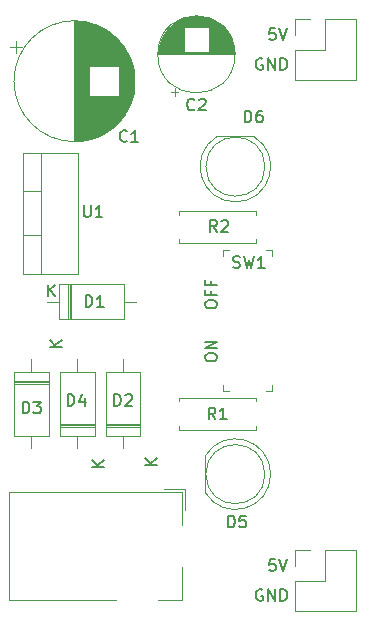
<source format=gbr>
G04 #@! TF.GenerationSoftware,KiCad,Pcbnew,(5.1.6)-1*
G04 #@! TF.CreationDate,2020-10-18T19:43:42+02:00*
G04 #@! TF.ProjectId,BreadboardPowerSupply,42726561-6462-46f6-9172-64506f776572,v1*
G04 #@! TF.SameCoordinates,Original*
G04 #@! TF.FileFunction,Legend,Top*
G04 #@! TF.FilePolarity,Positive*
%FSLAX46Y46*%
G04 Gerber Fmt 4.6, Leading zero omitted, Abs format (unit mm)*
G04 Created by KiCad (PCBNEW (5.1.6)-1) date 2020-10-18 19:43:42*
%MOMM*%
%LPD*%
G01*
G04 APERTURE LIST*
%ADD10C,0.150000*%
%ADD11C,0.120000*%
%ADD12C,0.100000*%
G04 APERTURE END LIST*
D10*
X143724380Y-92900380D02*
X143724380Y-92709904D01*
X143772000Y-92614666D01*
X143867238Y-92519428D01*
X144057714Y-92471809D01*
X144391047Y-92471809D01*
X144581523Y-92519428D01*
X144676761Y-92614666D01*
X144724380Y-92709904D01*
X144724380Y-92900380D01*
X144676761Y-92995619D01*
X144581523Y-93090857D01*
X144391047Y-93138476D01*
X144057714Y-93138476D01*
X143867238Y-93090857D01*
X143772000Y-92995619D01*
X143724380Y-92900380D01*
X144200571Y-91709904D02*
X144200571Y-92043238D01*
X144724380Y-92043238D02*
X143724380Y-92043238D01*
X143724380Y-91567047D01*
X144200571Y-90852761D02*
X144200571Y-91186095D01*
X144724380Y-91186095D02*
X143724380Y-91186095D01*
X143724380Y-90709904D01*
X143724380Y-97393047D02*
X143724380Y-97202571D01*
X143772000Y-97107333D01*
X143867238Y-97012095D01*
X144057714Y-96964476D01*
X144391047Y-96964476D01*
X144581523Y-97012095D01*
X144676761Y-97107333D01*
X144724380Y-97202571D01*
X144724380Y-97393047D01*
X144676761Y-97488285D01*
X144581523Y-97583523D01*
X144391047Y-97631142D01*
X144057714Y-97631142D01*
X143867238Y-97583523D01*
X143772000Y-97488285D01*
X143724380Y-97393047D01*
X144724380Y-96535904D02*
X143724380Y-96535904D01*
X144724380Y-95964476D01*
X143724380Y-95964476D01*
X149669523Y-69429380D02*
X149193333Y-69429380D01*
X149145714Y-69905571D01*
X149193333Y-69857952D01*
X149288571Y-69810333D01*
X149526666Y-69810333D01*
X149621904Y-69857952D01*
X149669523Y-69905571D01*
X149717142Y-70000809D01*
X149717142Y-70238904D01*
X149669523Y-70334142D01*
X149621904Y-70381761D01*
X149526666Y-70429380D01*
X149288571Y-70429380D01*
X149193333Y-70381761D01*
X149145714Y-70334142D01*
X150002857Y-69429380D02*
X150336190Y-70429380D01*
X150669523Y-69429380D01*
X148590095Y-72017000D02*
X148494857Y-71969380D01*
X148352000Y-71969380D01*
X148209142Y-72017000D01*
X148113904Y-72112238D01*
X148066285Y-72207476D01*
X148018666Y-72397952D01*
X148018666Y-72540809D01*
X148066285Y-72731285D01*
X148113904Y-72826523D01*
X148209142Y-72921761D01*
X148352000Y-72969380D01*
X148447238Y-72969380D01*
X148590095Y-72921761D01*
X148637714Y-72874142D01*
X148637714Y-72540809D01*
X148447238Y-72540809D01*
X149066285Y-72969380D02*
X149066285Y-71969380D01*
X149637714Y-72969380D01*
X149637714Y-71969380D01*
X150113904Y-72969380D02*
X150113904Y-71969380D01*
X150352000Y-71969380D01*
X150494857Y-72017000D01*
X150590095Y-72112238D01*
X150637714Y-72207476D01*
X150685333Y-72397952D01*
X150685333Y-72540809D01*
X150637714Y-72731285D01*
X150590095Y-72826523D01*
X150494857Y-72921761D01*
X150352000Y-72969380D01*
X150113904Y-72969380D01*
X148590095Y-116975000D02*
X148494857Y-116927380D01*
X148352000Y-116927380D01*
X148209142Y-116975000D01*
X148113904Y-117070238D01*
X148066285Y-117165476D01*
X148018666Y-117355952D01*
X148018666Y-117498809D01*
X148066285Y-117689285D01*
X148113904Y-117784523D01*
X148209142Y-117879761D01*
X148352000Y-117927380D01*
X148447238Y-117927380D01*
X148590095Y-117879761D01*
X148637714Y-117832142D01*
X148637714Y-117498809D01*
X148447238Y-117498809D01*
X149066285Y-117927380D02*
X149066285Y-116927380D01*
X149637714Y-117927380D01*
X149637714Y-116927380D01*
X150113904Y-117927380D02*
X150113904Y-116927380D01*
X150352000Y-116927380D01*
X150494857Y-116975000D01*
X150590095Y-117070238D01*
X150637714Y-117165476D01*
X150685333Y-117355952D01*
X150685333Y-117498809D01*
X150637714Y-117689285D01*
X150590095Y-117784523D01*
X150494857Y-117879761D01*
X150352000Y-117927380D01*
X150113904Y-117927380D01*
X149669523Y-114387380D02*
X149193333Y-114387380D01*
X149145714Y-114863571D01*
X149193333Y-114815952D01*
X149288571Y-114768333D01*
X149526666Y-114768333D01*
X149621904Y-114815952D01*
X149669523Y-114863571D01*
X149717142Y-114958809D01*
X149717142Y-115196904D01*
X149669523Y-115292142D01*
X149621904Y-115339761D01*
X149526666Y-115387380D01*
X149288571Y-115387380D01*
X149193333Y-115339761D01*
X149145714Y-115292142D01*
X150002857Y-114387380D02*
X150336190Y-115387380D01*
X150669523Y-114387380D01*
D11*
X137795000Y-73914000D02*
G75*
G03*
X137795000Y-73914000I-5120000J0D01*
G01*
X132675000Y-68834000D02*
X132675000Y-78994000D01*
X132715000Y-68834000D02*
X132715000Y-78994000D01*
X132755000Y-68834000D02*
X132755000Y-78994000D01*
X132795000Y-68835000D02*
X132795000Y-78993000D01*
X132835000Y-68836000D02*
X132835000Y-78992000D01*
X132875000Y-68837000D02*
X132875000Y-78991000D01*
X132915000Y-68839000D02*
X132915000Y-78989000D01*
X132955000Y-68841000D02*
X132955000Y-78987000D01*
X132995000Y-68844000D02*
X132995000Y-78984000D01*
X133035000Y-68846000D02*
X133035000Y-78982000D01*
X133075000Y-68849000D02*
X133075000Y-78979000D01*
X133115000Y-68852000D02*
X133115000Y-78976000D01*
X133155000Y-68856000D02*
X133155000Y-78972000D01*
X133195000Y-68860000D02*
X133195000Y-78968000D01*
X133235000Y-68864000D02*
X133235000Y-78964000D01*
X133275000Y-68869000D02*
X133275000Y-78959000D01*
X133315000Y-68874000D02*
X133315000Y-78954000D01*
X133355000Y-68879000D02*
X133355000Y-78949000D01*
X133396000Y-68884000D02*
X133396000Y-78944000D01*
X133436000Y-68890000D02*
X133436000Y-78938000D01*
X133476000Y-68896000D02*
X133476000Y-78932000D01*
X133516000Y-68903000D02*
X133516000Y-78925000D01*
X133556000Y-68910000D02*
X133556000Y-78918000D01*
X133596000Y-68917000D02*
X133596000Y-78911000D01*
X133636000Y-68924000D02*
X133636000Y-78904000D01*
X133676000Y-68932000D02*
X133676000Y-78896000D01*
X133716000Y-68940000D02*
X133716000Y-78888000D01*
X133756000Y-68949000D02*
X133756000Y-78879000D01*
X133796000Y-68958000D02*
X133796000Y-78870000D01*
X133836000Y-68967000D02*
X133836000Y-78861000D01*
X133876000Y-68976000D02*
X133876000Y-78852000D01*
X133916000Y-68986000D02*
X133916000Y-78842000D01*
X133956000Y-68996000D02*
X133956000Y-72673000D01*
X133956000Y-75155000D02*
X133956000Y-78832000D01*
X133996000Y-69007000D02*
X133996000Y-72673000D01*
X133996000Y-75155000D02*
X133996000Y-78821000D01*
X134036000Y-69017000D02*
X134036000Y-72673000D01*
X134036000Y-75155000D02*
X134036000Y-78811000D01*
X134076000Y-69029000D02*
X134076000Y-72673000D01*
X134076000Y-75155000D02*
X134076000Y-78799000D01*
X134116000Y-69040000D02*
X134116000Y-72673000D01*
X134116000Y-75155000D02*
X134116000Y-78788000D01*
X134156000Y-69052000D02*
X134156000Y-72673000D01*
X134156000Y-75155000D02*
X134156000Y-78776000D01*
X134196000Y-69064000D02*
X134196000Y-72673000D01*
X134196000Y-75155000D02*
X134196000Y-78764000D01*
X134236000Y-69077000D02*
X134236000Y-72673000D01*
X134236000Y-75155000D02*
X134236000Y-78751000D01*
X134276000Y-69090000D02*
X134276000Y-72673000D01*
X134276000Y-75155000D02*
X134276000Y-78738000D01*
X134316000Y-69103000D02*
X134316000Y-72673000D01*
X134316000Y-75155000D02*
X134316000Y-78725000D01*
X134356000Y-69117000D02*
X134356000Y-72673000D01*
X134356000Y-75155000D02*
X134356000Y-78711000D01*
X134396000Y-69131000D02*
X134396000Y-72673000D01*
X134396000Y-75155000D02*
X134396000Y-78697000D01*
X134436000Y-69146000D02*
X134436000Y-72673000D01*
X134436000Y-75155000D02*
X134436000Y-78682000D01*
X134476000Y-69160000D02*
X134476000Y-72673000D01*
X134476000Y-75155000D02*
X134476000Y-78668000D01*
X134516000Y-69176000D02*
X134516000Y-72673000D01*
X134516000Y-75155000D02*
X134516000Y-78652000D01*
X134556000Y-69191000D02*
X134556000Y-72673000D01*
X134556000Y-75155000D02*
X134556000Y-78637000D01*
X134596000Y-69207000D02*
X134596000Y-72673000D01*
X134596000Y-75155000D02*
X134596000Y-78621000D01*
X134636000Y-69224000D02*
X134636000Y-72673000D01*
X134636000Y-75155000D02*
X134636000Y-78604000D01*
X134676000Y-69240000D02*
X134676000Y-72673000D01*
X134676000Y-75155000D02*
X134676000Y-78588000D01*
X134716000Y-69257000D02*
X134716000Y-72673000D01*
X134716000Y-75155000D02*
X134716000Y-78571000D01*
X134756000Y-69275000D02*
X134756000Y-72673000D01*
X134756000Y-75155000D02*
X134756000Y-78553000D01*
X134796000Y-69293000D02*
X134796000Y-72673000D01*
X134796000Y-75155000D02*
X134796000Y-78535000D01*
X134836000Y-69311000D02*
X134836000Y-72673000D01*
X134836000Y-75155000D02*
X134836000Y-78517000D01*
X134876000Y-69330000D02*
X134876000Y-72673000D01*
X134876000Y-75155000D02*
X134876000Y-78498000D01*
X134916000Y-69350000D02*
X134916000Y-72673000D01*
X134916000Y-75155000D02*
X134916000Y-78478000D01*
X134956000Y-69369000D02*
X134956000Y-72673000D01*
X134956000Y-75155000D02*
X134956000Y-78459000D01*
X134996000Y-69389000D02*
X134996000Y-72673000D01*
X134996000Y-75155000D02*
X134996000Y-78439000D01*
X135036000Y-69410000D02*
X135036000Y-72673000D01*
X135036000Y-75155000D02*
X135036000Y-78418000D01*
X135076000Y-69431000D02*
X135076000Y-72673000D01*
X135076000Y-75155000D02*
X135076000Y-78397000D01*
X135116000Y-69452000D02*
X135116000Y-72673000D01*
X135116000Y-75155000D02*
X135116000Y-78376000D01*
X135156000Y-69474000D02*
X135156000Y-72673000D01*
X135156000Y-75155000D02*
X135156000Y-78354000D01*
X135196000Y-69497000D02*
X135196000Y-72673000D01*
X135196000Y-75155000D02*
X135196000Y-78331000D01*
X135236000Y-69519000D02*
X135236000Y-72673000D01*
X135236000Y-75155000D02*
X135236000Y-78309000D01*
X135276000Y-69543000D02*
X135276000Y-72673000D01*
X135276000Y-75155000D02*
X135276000Y-78285000D01*
X135316000Y-69567000D02*
X135316000Y-72673000D01*
X135316000Y-75155000D02*
X135316000Y-78261000D01*
X135356000Y-69591000D02*
X135356000Y-72673000D01*
X135356000Y-75155000D02*
X135356000Y-78237000D01*
X135396000Y-69616000D02*
X135396000Y-72673000D01*
X135396000Y-75155000D02*
X135396000Y-78212000D01*
X135436000Y-69641000D02*
X135436000Y-72673000D01*
X135436000Y-75155000D02*
X135436000Y-78187000D01*
X135476000Y-69667000D02*
X135476000Y-72673000D01*
X135476000Y-75155000D02*
X135476000Y-78161000D01*
X135516000Y-69693000D02*
X135516000Y-72673000D01*
X135516000Y-75155000D02*
X135516000Y-78135000D01*
X135556000Y-69720000D02*
X135556000Y-72673000D01*
X135556000Y-75155000D02*
X135556000Y-78108000D01*
X135596000Y-69748000D02*
X135596000Y-72673000D01*
X135596000Y-75155000D02*
X135596000Y-78080000D01*
X135636000Y-69776000D02*
X135636000Y-72673000D01*
X135636000Y-75155000D02*
X135636000Y-78052000D01*
X135676000Y-69804000D02*
X135676000Y-72673000D01*
X135676000Y-75155000D02*
X135676000Y-78024000D01*
X135716000Y-69834000D02*
X135716000Y-72673000D01*
X135716000Y-75155000D02*
X135716000Y-77994000D01*
X135756000Y-69864000D02*
X135756000Y-72673000D01*
X135756000Y-75155000D02*
X135756000Y-77964000D01*
X135796000Y-69894000D02*
X135796000Y-72673000D01*
X135796000Y-75155000D02*
X135796000Y-77934000D01*
X135836000Y-69925000D02*
X135836000Y-72673000D01*
X135836000Y-75155000D02*
X135836000Y-77903000D01*
X135876000Y-69957000D02*
X135876000Y-72673000D01*
X135876000Y-75155000D02*
X135876000Y-77871000D01*
X135916000Y-69989000D02*
X135916000Y-72673000D01*
X135916000Y-75155000D02*
X135916000Y-77839000D01*
X135956000Y-70022000D02*
X135956000Y-72673000D01*
X135956000Y-75155000D02*
X135956000Y-77806000D01*
X135996000Y-70056000D02*
X135996000Y-72673000D01*
X135996000Y-75155000D02*
X135996000Y-77772000D01*
X136036000Y-70090000D02*
X136036000Y-72673000D01*
X136036000Y-75155000D02*
X136036000Y-77738000D01*
X136076000Y-70125000D02*
X136076000Y-72673000D01*
X136076000Y-75155000D02*
X136076000Y-77703000D01*
X136116000Y-70161000D02*
X136116000Y-72673000D01*
X136116000Y-75155000D02*
X136116000Y-77667000D01*
X136156000Y-70198000D02*
X136156000Y-72673000D01*
X136156000Y-75155000D02*
X136156000Y-77630000D01*
X136196000Y-70235000D02*
X136196000Y-72673000D01*
X136196000Y-75155000D02*
X136196000Y-77593000D01*
X136236000Y-70274000D02*
X136236000Y-72673000D01*
X136236000Y-75155000D02*
X136236000Y-77554000D01*
X136276000Y-70313000D02*
X136276000Y-72673000D01*
X136276000Y-75155000D02*
X136276000Y-77515000D01*
X136316000Y-70353000D02*
X136316000Y-72673000D01*
X136316000Y-75155000D02*
X136316000Y-77475000D01*
X136356000Y-70394000D02*
X136356000Y-72673000D01*
X136356000Y-75155000D02*
X136356000Y-77434000D01*
X136396000Y-70436000D02*
X136396000Y-72673000D01*
X136396000Y-75155000D02*
X136396000Y-77392000D01*
X136436000Y-70478000D02*
X136436000Y-77350000D01*
X136476000Y-70522000D02*
X136476000Y-77306000D01*
X136516000Y-70567000D02*
X136516000Y-77261000D01*
X136556000Y-70613000D02*
X136556000Y-77215000D01*
X136596000Y-70660000D02*
X136596000Y-77168000D01*
X136636000Y-70708000D02*
X136636000Y-77120000D01*
X136676000Y-70758000D02*
X136676000Y-77070000D01*
X136716000Y-70808000D02*
X136716000Y-77020000D01*
X136756000Y-70860000D02*
X136756000Y-76968000D01*
X136796000Y-70914000D02*
X136796000Y-76914000D01*
X136836000Y-70969000D02*
X136836000Y-76859000D01*
X136876000Y-71025000D02*
X136876000Y-76803000D01*
X136916000Y-71084000D02*
X136916000Y-76744000D01*
X136956000Y-71144000D02*
X136956000Y-76684000D01*
X136996000Y-71205000D02*
X136996000Y-76623000D01*
X137036000Y-71269000D02*
X137036000Y-76559000D01*
X137076000Y-71335000D02*
X137076000Y-76493000D01*
X137116000Y-71404000D02*
X137116000Y-76424000D01*
X137156000Y-71475000D02*
X137156000Y-76353000D01*
X137196000Y-71549000D02*
X137196000Y-76279000D01*
X137236000Y-71625000D02*
X137236000Y-76203000D01*
X137276000Y-71705000D02*
X137276000Y-76123000D01*
X137316000Y-71789000D02*
X137316000Y-76039000D01*
X137356000Y-71877000D02*
X137356000Y-75951000D01*
X137396000Y-71970000D02*
X137396000Y-75858000D01*
X137436000Y-72068000D02*
X137436000Y-75760000D01*
X137476000Y-72172000D02*
X137476000Y-75656000D01*
X137516000Y-72284000D02*
X137516000Y-75544000D01*
X137556000Y-72404000D02*
X137556000Y-75424000D01*
X137596000Y-72536000D02*
X137596000Y-75292000D01*
X137636000Y-72684000D02*
X137636000Y-75144000D01*
X137676000Y-72852000D02*
X137676000Y-74976000D01*
X137716000Y-73052000D02*
X137716000Y-74776000D01*
X137756000Y-73315000D02*
X137756000Y-74513000D01*
X127195354Y-71039000D02*
X128195354Y-71039000D01*
X127695354Y-70539000D02*
X127695354Y-71539000D01*
X131392000Y-91113000D02*
X131392000Y-94053000D01*
X131392000Y-94053000D02*
X136832000Y-94053000D01*
X136832000Y-94053000D02*
X136832000Y-91113000D01*
X136832000Y-91113000D02*
X131392000Y-91113000D01*
X130372000Y-92583000D02*
X131392000Y-92583000D01*
X137852000Y-92583000D02*
X136832000Y-92583000D01*
X132292000Y-91113000D02*
X132292000Y-94053000D01*
X132412000Y-91113000D02*
X132412000Y-94053000D01*
X132172000Y-91113000D02*
X132172000Y-94053000D01*
X140848000Y-74833241D02*
X141478000Y-74833241D01*
X141163000Y-75148241D02*
X141163000Y-74518241D01*
X142600000Y-68407000D02*
X143404000Y-68407000D01*
X142369000Y-68447000D02*
X143635000Y-68447000D01*
X142200000Y-68487000D02*
X143804000Y-68487000D01*
X142062000Y-68527000D02*
X143942000Y-68527000D01*
X141943000Y-68567000D02*
X144061000Y-68567000D01*
X141837000Y-68607000D02*
X144167000Y-68607000D01*
X141740000Y-68647000D02*
X144264000Y-68647000D01*
X141652000Y-68687000D02*
X144352000Y-68687000D01*
X141570000Y-68727000D02*
X144434000Y-68727000D01*
X141493000Y-68767000D02*
X144511000Y-68767000D01*
X141421000Y-68807000D02*
X144583000Y-68807000D01*
X141352000Y-68847000D02*
X144652000Y-68847000D01*
X141288000Y-68887000D02*
X144716000Y-68887000D01*
X141226000Y-68927000D02*
X144778000Y-68927000D01*
X141168000Y-68967000D02*
X144836000Y-68967000D01*
X141112000Y-69007000D02*
X144892000Y-69007000D01*
X141058000Y-69047000D02*
X144946000Y-69047000D01*
X141007000Y-69087000D02*
X144997000Y-69087000D01*
X140958000Y-69127000D02*
X145046000Y-69127000D01*
X140910000Y-69167000D02*
X145094000Y-69167000D01*
X140865000Y-69207000D02*
X145139000Y-69207000D01*
X140820000Y-69247000D02*
X145184000Y-69247000D01*
X140778000Y-69287000D02*
X145226000Y-69287000D01*
X140737000Y-69327000D02*
X145267000Y-69327000D01*
X144042000Y-69367000D02*
X145307000Y-69367000D01*
X140697000Y-69367000D02*
X141962000Y-69367000D01*
X144042000Y-69407000D02*
X145345000Y-69407000D01*
X140659000Y-69407000D02*
X141962000Y-69407000D01*
X144042000Y-69447000D02*
X145382000Y-69447000D01*
X140622000Y-69447000D02*
X141962000Y-69447000D01*
X144042000Y-69487000D02*
X145418000Y-69487000D01*
X140586000Y-69487000D02*
X141962000Y-69487000D01*
X144042000Y-69527000D02*
X145452000Y-69527000D01*
X140552000Y-69527000D02*
X141962000Y-69527000D01*
X144042000Y-69567000D02*
X145486000Y-69567000D01*
X140518000Y-69567000D02*
X141962000Y-69567000D01*
X144042000Y-69607000D02*
X145518000Y-69607000D01*
X140486000Y-69607000D02*
X141962000Y-69607000D01*
X144042000Y-69647000D02*
X145550000Y-69647000D01*
X140454000Y-69647000D02*
X141962000Y-69647000D01*
X144042000Y-69687000D02*
X145580000Y-69687000D01*
X140424000Y-69687000D02*
X141962000Y-69687000D01*
X144042000Y-69727000D02*
X145609000Y-69727000D01*
X140395000Y-69727000D02*
X141962000Y-69727000D01*
X144042000Y-69767000D02*
X145638000Y-69767000D01*
X140366000Y-69767000D02*
X141962000Y-69767000D01*
X144042000Y-69807000D02*
X145666000Y-69807000D01*
X140338000Y-69807000D02*
X141962000Y-69807000D01*
X144042000Y-69847000D02*
X145692000Y-69847000D01*
X140312000Y-69847000D02*
X141962000Y-69847000D01*
X144042000Y-69887000D02*
X145718000Y-69887000D01*
X140286000Y-69887000D02*
X141962000Y-69887000D01*
X144042000Y-69927000D02*
X145744000Y-69927000D01*
X140260000Y-69927000D02*
X141962000Y-69927000D01*
X144042000Y-69967000D02*
X145768000Y-69967000D01*
X140236000Y-69967000D02*
X141962000Y-69967000D01*
X144042000Y-70007000D02*
X145792000Y-70007000D01*
X140212000Y-70007000D02*
X141962000Y-70007000D01*
X144042000Y-70047000D02*
X145814000Y-70047000D01*
X140190000Y-70047000D02*
X141962000Y-70047000D01*
X144042000Y-70087000D02*
X145836000Y-70087000D01*
X140168000Y-70087000D02*
X141962000Y-70087000D01*
X144042000Y-70127000D02*
X145858000Y-70127000D01*
X140146000Y-70127000D02*
X141962000Y-70127000D01*
X144042000Y-70167000D02*
X145878000Y-70167000D01*
X140126000Y-70167000D02*
X141962000Y-70167000D01*
X144042000Y-70207000D02*
X145898000Y-70207000D01*
X140106000Y-70207000D02*
X141962000Y-70207000D01*
X144042000Y-70247000D02*
X145918000Y-70247000D01*
X140086000Y-70247000D02*
X141962000Y-70247000D01*
X144042000Y-70287000D02*
X145936000Y-70287000D01*
X140068000Y-70287000D02*
X141962000Y-70287000D01*
X144042000Y-70327000D02*
X145954000Y-70327000D01*
X140050000Y-70327000D02*
X141962000Y-70327000D01*
X144042000Y-70367000D02*
X145972000Y-70367000D01*
X140032000Y-70367000D02*
X141962000Y-70367000D01*
X144042000Y-70407000D02*
X145988000Y-70407000D01*
X140016000Y-70407000D02*
X141962000Y-70407000D01*
X144042000Y-70447000D02*
X146004000Y-70447000D01*
X140000000Y-70447000D02*
X141962000Y-70447000D01*
X144042000Y-70487000D02*
X146020000Y-70487000D01*
X139984000Y-70487000D02*
X141962000Y-70487000D01*
X144042000Y-70527000D02*
X146035000Y-70527000D01*
X139969000Y-70527000D02*
X141962000Y-70527000D01*
X144042000Y-70567000D02*
X146049000Y-70567000D01*
X139955000Y-70567000D02*
X141962000Y-70567000D01*
X144042000Y-70607000D02*
X146063000Y-70607000D01*
X139941000Y-70607000D02*
X141962000Y-70607000D01*
X144042000Y-70647000D02*
X146076000Y-70647000D01*
X139928000Y-70647000D02*
X141962000Y-70647000D01*
X144042000Y-70687000D02*
X146088000Y-70687000D01*
X139916000Y-70687000D02*
X141962000Y-70687000D01*
X144042000Y-70727000D02*
X146100000Y-70727000D01*
X139904000Y-70727000D02*
X141962000Y-70727000D01*
X144042000Y-70767000D02*
X146112000Y-70767000D01*
X139892000Y-70767000D02*
X141962000Y-70767000D01*
X144042000Y-70807000D02*
X146123000Y-70807000D01*
X139881000Y-70807000D02*
X141962000Y-70807000D01*
X144042000Y-70847000D02*
X146133000Y-70847000D01*
X139871000Y-70847000D02*
X141962000Y-70847000D01*
X144042000Y-70887000D02*
X146143000Y-70887000D01*
X139861000Y-70887000D02*
X141962000Y-70887000D01*
X144042000Y-70927000D02*
X146152000Y-70927000D01*
X139852000Y-70927000D02*
X141962000Y-70927000D01*
X144042000Y-70968000D02*
X146161000Y-70968000D01*
X139843000Y-70968000D02*
X141962000Y-70968000D01*
X144042000Y-71008000D02*
X146169000Y-71008000D01*
X139835000Y-71008000D02*
X141962000Y-71008000D01*
X144042000Y-71048000D02*
X146177000Y-71048000D01*
X139827000Y-71048000D02*
X141962000Y-71048000D01*
X144042000Y-71088000D02*
X146184000Y-71088000D01*
X139820000Y-71088000D02*
X141962000Y-71088000D01*
X144042000Y-71128000D02*
X146191000Y-71128000D01*
X139813000Y-71128000D02*
X141962000Y-71128000D01*
X144042000Y-71168000D02*
X146197000Y-71168000D01*
X139807000Y-71168000D02*
X141962000Y-71168000D01*
X144042000Y-71208000D02*
X146203000Y-71208000D01*
X139801000Y-71208000D02*
X141962000Y-71208000D01*
X144042000Y-71248000D02*
X146208000Y-71248000D01*
X139796000Y-71248000D02*
X141962000Y-71248000D01*
X144042000Y-71288000D02*
X146213000Y-71288000D01*
X139791000Y-71288000D02*
X141962000Y-71288000D01*
X144042000Y-71328000D02*
X146217000Y-71328000D01*
X139787000Y-71328000D02*
X141962000Y-71328000D01*
X144042000Y-71368000D02*
X146220000Y-71368000D01*
X139784000Y-71368000D02*
X141962000Y-71368000D01*
X144042000Y-71408000D02*
X146224000Y-71408000D01*
X139780000Y-71408000D02*
X141962000Y-71408000D01*
X139778000Y-71448000D02*
X146226000Y-71448000D01*
X139775000Y-71488000D02*
X146229000Y-71488000D01*
X139774000Y-71528000D02*
X146230000Y-71528000D01*
X139772000Y-71568000D02*
X146232000Y-71568000D01*
X139772000Y-71608000D02*
X146232000Y-71608000D01*
X139772000Y-71648000D02*
X146232000Y-71648000D01*
X146272000Y-71648000D02*
G75*
G03*
X146272000Y-71648000I-3270000J0D01*
G01*
X135309000Y-103939000D02*
X138249000Y-103939000D01*
X138249000Y-103939000D02*
X138249000Y-98499000D01*
X138249000Y-98499000D02*
X135309000Y-98499000D01*
X135309000Y-98499000D02*
X135309000Y-103939000D01*
X136779000Y-104959000D02*
X136779000Y-103939000D01*
X136779000Y-97479000D02*
X136779000Y-98499000D01*
X135309000Y-103039000D02*
X138249000Y-103039000D01*
X135309000Y-102919000D02*
X138249000Y-102919000D01*
X135309000Y-103159000D02*
X138249000Y-103159000D01*
X130502000Y-99279000D02*
X127562000Y-99279000D01*
X130502000Y-99519000D02*
X127562000Y-99519000D01*
X130502000Y-99399000D02*
X127562000Y-99399000D01*
X129032000Y-104959000D02*
X129032000Y-103939000D01*
X129032000Y-97479000D02*
X129032000Y-98499000D01*
X130502000Y-103939000D02*
X130502000Y-98499000D01*
X127562000Y-103939000D02*
X130502000Y-103939000D01*
X127562000Y-98499000D02*
X127562000Y-103939000D01*
X130502000Y-98499000D02*
X127562000Y-98499000D01*
X131435500Y-103159000D02*
X134375500Y-103159000D01*
X131435500Y-102919000D02*
X134375500Y-102919000D01*
X131435500Y-103039000D02*
X134375500Y-103039000D01*
X132905500Y-97479000D02*
X132905500Y-98499000D01*
X132905500Y-104959000D02*
X132905500Y-103939000D01*
X131435500Y-98499000D02*
X131435500Y-103939000D01*
X134375500Y-98499000D02*
X131435500Y-98499000D01*
X134375500Y-103939000D02*
X134375500Y-98499000D01*
X131435500Y-103939000D02*
X134375500Y-103939000D01*
X148799000Y-107188000D02*
G75*
G03*
X148799000Y-107188000I-2500000J0D01*
G01*
X143739000Y-105643000D02*
X143739000Y-108733000D01*
X149289000Y-107188462D02*
G75*
G03*
X143739000Y-105643170I-2990000J462D01*
G01*
X149289000Y-107187538D02*
G75*
G02*
X143739000Y-108732830I-2990000J-462D01*
G01*
X147849000Y-78593000D02*
X144759000Y-78593000D01*
X148804000Y-81153000D02*
G75*
G03*
X148804000Y-81153000I-2500000J0D01*
G01*
X146304462Y-84143000D02*
G75*
G02*
X144759170Y-78593000I-462J2990000D01*
G01*
X146303538Y-84143000D02*
G75*
G03*
X147848830Y-78593000I462J2990000D01*
G01*
X136170000Y-117884000D02*
X127170000Y-117884000D01*
X127170000Y-117884000D02*
X127170000Y-108684000D01*
X127170000Y-108684000D02*
X141770000Y-108684000D01*
X141770000Y-108684000D02*
X141770000Y-111484000D01*
X141770000Y-115084000D02*
X141770000Y-117884000D01*
X141770000Y-117884000D02*
X139770000Y-117884000D01*
X140270000Y-108444000D02*
X142010000Y-108444000D01*
X142010000Y-108444000D02*
X142010000Y-110184000D01*
X151324000Y-73847000D02*
X156524000Y-73847000D01*
X151324000Y-71247000D02*
X151324000Y-73847000D01*
X156524000Y-68647000D02*
X156524000Y-73847000D01*
X151324000Y-71247000D02*
X153924000Y-71247000D01*
X153924000Y-71247000D02*
X153924000Y-68647000D01*
X153924000Y-68647000D02*
X156524000Y-68647000D01*
X151324000Y-69977000D02*
X151324000Y-68647000D01*
X151324000Y-68647000D02*
X152654000Y-68647000D01*
X151324000Y-113605000D02*
X152654000Y-113605000D01*
X151324000Y-114935000D02*
X151324000Y-113605000D01*
X153924000Y-113605000D02*
X156524000Y-113605000D01*
X153924000Y-116205000D02*
X153924000Y-113605000D01*
X151324000Y-116205000D02*
X153924000Y-116205000D01*
X156524000Y-113605000D02*
X156524000Y-118805000D01*
X151324000Y-116205000D02*
X151324000Y-118805000D01*
X151324000Y-118805000D02*
X156524000Y-118805000D01*
X148050000Y-103114250D02*
X148050000Y-103444250D01*
X148050000Y-103444250D02*
X141510000Y-103444250D01*
X141510000Y-103444250D02*
X141510000Y-103114250D01*
X148050000Y-101034250D02*
X148050000Y-100704250D01*
X148050000Y-100704250D02*
X141510000Y-100704250D01*
X141510000Y-100704250D02*
X141510000Y-101034250D01*
X148050000Y-87616750D02*
X148050000Y-87286750D01*
X141510000Y-87616750D02*
X148050000Y-87616750D01*
X141510000Y-87286750D02*
X141510000Y-87616750D01*
X148050000Y-84876750D02*
X148050000Y-85206750D01*
X141510000Y-84876750D02*
X148050000Y-84876750D01*
X141510000Y-85206750D02*
X141510000Y-84876750D01*
D12*
X149420000Y-88220000D02*
X149420000Y-88720000D01*
X149420000Y-88220000D02*
X148920000Y-88220000D01*
X149420000Y-100120000D02*
X149420000Y-99620000D01*
X149420000Y-100120000D02*
X148920000Y-100120000D01*
X145220000Y-100120000D02*
X145220000Y-99620000D01*
X145220000Y-100120000D02*
X145720000Y-100120000D01*
X145220000Y-88220000D02*
X145720000Y-88220000D01*
X145220000Y-88220000D02*
X145220000Y-88720000D01*
D11*
X128302000Y-90210000D02*
X128302000Y-79970000D01*
X132943000Y-90210000D02*
X132943000Y-79970000D01*
X128302000Y-90210000D02*
X132943000Y-90210000D01*
X128302000Y-79970000D02*
X132943000Y-79970000D01*
X129812000Y-90210000D02*
X129812000Y-79970000D01*
X128302000Y-86940000D02*
X129812000Y-86940000D01*
X128302000Y-83239000D02*
X129812000Y-83239000D01*
D10*
X137120333Y-78970142D02*
X137072714Y-79017761D01*
X136929857Y-79065380D01*
X136834619Y-79065380D01*
X136691761Y-79017761D01*
X136596523Y-78922523D01*
X136548904Y-78827285D01*
X136501285Y-78636809D01*
X136501285Y-78493952D01*
X136548904Y-78303476D01*
X136596523Y-78208238D01*
X136691761Y-78113000D01*
X136834619Y-78065380D01*
X136929857Y-78065380D01*
X137072714Y-78113000D01*
X137120333Y-78160619D01*
X138072714Y-79065380D02*
X137501285Y-79065380D01*
X137787000Y-79065380D02*
X137787000Y-78065380D01*
X137691761Y-78208238D01*
X137596523Y-78303476D01*
X137501285Y-78351095D01*
X133627904Y-93035380D02*
X133627904Y-92035380D01*
X133866000Y-92035380D01*
X134008857Y-92083000D01*
X134104095Y-92178238D01*
X134151714Y-92273476D01*
X134199333Y-92463952D01*
X134199333Y-92606809D01*
X134151714Y-92797285D01*
X134104095Y-92892523D01*
X134008857Y-92987761D01*
X133866000Y-93035380D01*
X133627904Y-93035380D01*
X135151714Y-93035380D02*
X134580285Y-93035380D01*
X134866000Y-93035380D02*
X134866000Y-92035380D01*
X134770761Y-92178238D01*
X134675523Y-92273476D01*
X134580285Y-92321095D01*
X130421095Y-92146380D02*
X130421095Y-91146380D01*
X130992523Y-92146380D02*
X130563952Y-91574952D01*
X130992523Y-91146380D02*
X130421095Y-91717809D01*
X142835333Y-76303142D02*
X142787714Y-76350761D01*
X142644857Y-76398380D01*
X142549619Y-76398380D01*
X142406761Y-76350761D01*
X142311523Y-76255523D01*
X142263904Y-76160285D01*
X142216285Y-75969809D01*
X142216285Y-75826952D01*
X142263904Y-75636476D01*
X142311523Y-75541238D01*
X142406761Y-75446000D01*
X142549619Y-75398380D01*
X142644857Y-75398380D01*
X142787714Y-75446000D01*
X142835333Y-75493619D01*
X143216285Y-75493619D02*
X143263904Y-75446000D01*
X143359142Y-75398380D01*
X143597238Y-75398380D01*
X143692476Y-75446000D01*
X143740095Y-75493619D01*
X143787714Y-75588857D01*
X143787714Y-75684095D01*
X143740095Y-75826952D01*
X143168666Y-76398380D01*
X143787714Y-76398380D01*
X136040904Y-101417380D02*
X136040904Y-100417380D01*
X136279000Y-100417380D01*
X136421857Y-100465000D01*
X136517095Y-100560238D01*
X136564714Y-100655476D01*
X136612333Y-100845952D01*
X136612333Y-100988809D01*
X136564714Y-101179285D01*
X136517095Y-101274523D01*
X136421857Y-101369761D01*
X136279000Y-101417380D01*
X136040904Y-101417380D01*
X136993285Y-100512619D02*
X137040904Y-100465000D01*
X137136142Y-100417380D01*
X137374238Y-100417380D01*
X137469476Y-100465000D01*
X137517095Y-100512619D01*
X137564714Y-100607857D01*
X137564714Y-100703095D01*
X137517095Y-100845952D01*
X136945666Y-101417380D01*
X137564714Y-101417380D01*
X139644380Y-106433904D02*
X138644380Y-106433904D01*
X139644380Y-105862476D02*
X139072952Y-106291047D01*
X138644380Y-105862476D02*
X139215809Y-106433904D01*
X128293904Y-102052380D02*
X128293904Y-101052380D01*
X128532000Y-101052380D01*
X128674857Y-101100000D01*
X128770095Y-101195238D01*
X128817714Y-101290476D01*
X128865333Y-101480952D01*
X128865333Y-101623809D01*
X128817714Y-101814285D01*
X128770095Y-101909523D01*
X128674857Y-102004761D01*
X128532000Y-102052380D01*
X128293904Y-102052380D01*
X129198666Y-101052380D02*
X129817714Y-101052380D01*
X129484380Y-101433333D01*
X129627238Y-101433333D01*
X129722476Y-101480952D01*
X129770095Y-101528571D01*
X129817714Y-101623809D01*
X129817714Y-101861904D01*
X129770095Y-101957142D01*
X129722476Y-102004761D01*
X129627238Y-102052380D01*
X129341523Y-102052380D01*
X129246285Y-102004761D01*
X129198666Y-101957142D01*
X131584380Y-96400904D02*
X130584380Y-96400904D01*
X131584380Y-95829476D02*
X131012952Y-96258047D01*
X130584380Y-95829476D02*
X131155809Y-96400904D01*
X132103904Y-101417380D02*
X132103904Y-100417380D01*
X132342000Y-100417380D01*
X132484857Y-100465000D01*
X132580095Y-100560238D01*
X132627714Y-100655476D01*
X132675333Y-100845952D01*
X132675333Y-100988809D01*
X132627714Y-101179285D01*
X132580095Y-101274523D01*
X132484857Y-101369761D01*
X132342000Y-101417380D01*
X132103904Y-101417380D01*
X133532476Y-100750714D02*
X133532476Y-101417380D01*
X133294380Y-100369761D02*
X133056285Y-101084047D01*
X133675333Y-101084047D01*
X135199380Y-106560904D02*
X134199380Y-106560904D01*
X135199380Y-105989476D02*
X134627952Y-106418047D01*
X134199380Y-105989476D02*
X134770809Y-106560904D01*
X145692904Y-111704380D02*
X145692904Y-110704380D01*
X145931000Y-110704380D01*
X146073857Y-110752000D01*
X146169095Y-110847238D01*
X146216714Y-110942476D01*
X146264333Y-111132952D01*
X146264333Y-111275809D01*
X146216714Y-111466285D01*
X146169095Y-111561523D01*
X146073857Y-111656761D01*
X145931000Y-111704380D01*
X145692904Y-111704380D01*
X147169095Y-110704380D02*
X146692904Y-110704380D01*
X146645285Y-111180571D01*
X146692904Y-111132952D01*
X146788142Y-111085333D01*
X147026238Y-111085333D01*
X147121476Y-111132952D01*
X147169095Y-111180571D01*
X147216714Y-111275809D01*
X147216714Y-111513904D01*
X147169095Y-111609142D01*
X147121476Y-111656761D01*
X147026238Y-111704380D01*
X146788142Y-111704380D01*
X146692904Y-111656761D01*
X146645285Y-111609142D01*
X147089904Y-77414380D02*
X147089904Y-76414380D01*
X147328000Y-76414380D01*
X147470857Y-76462000D01*
X147566095Y-76557238D01*
X147613714Y-76652476D01*
X147661333Y-76842952D01*
X147661333Y-76985809D01*
X147613714Y-77176285D01*
X147566095Y-77271523D01*
X147470857Y-77366761D01*
X147328000Y-77414380D01*
X147089904Y-77414380D01*
X148518476Y-76414380D02*
X148328000Y-76414380D01*
X148232761Y-76462000D01*
X148185142Y-76509619D01*
X148089904Y-76652476D01*
X148042285Y-76842952D01*
X148042285Y-77223904D01*
X148089904Y-77319142D01*
X148137523Y-77366761D01*
X148232761Y-77414380D01*
X148423238Y-77414380D01*
X148518476Y-77366761D01*
X148566095Y-77319142D01*
X148613714Y-77223904D01*
X148613714Y-76985809D01*
X148566095Y-76890571D01*
X148518476Y-76842952D01*
X148423238Y-76795333D01*
X148232761Y-76795333D01*
X148137523Y-76842952D01*
X148089904Y-76890571D01*
X148042285Y-76985809D01*
X144613333Y-102560380D02*
X144280000Y-102084190D01*
X144041904Y-102560380D02*
X144041904Y-101560380D01*
X144422857Y-101560380D01*
X144518095Y-101608000D01*
X144565714Y-101655619D01*
X144613333Y-101750857D01*
X144613333Y-101893714D01*
X144565714Y-101988952D01*
X144518095Y-102036571D01*
X144422857Y-102084190D01*
X144041904Y-102084190D01*
X145565714Y-102560380D02*
X144994285Y-102560380D01*
X145280000Y-102560380D02*
X145280000Y-101560380D01*
X145184761Y-101703238D01*
X145089523Y-101798476D01*
X144994285Y-101846095D01*
X144740333Y-86685380D02*
X144407000Y-86209190D01*
X144168904Y-86685380D02*
X144168904Y-85685380D01*
X144549857Y-85685380D01*
X144645095Y-85733000D01*
X144692714Y-85780619D01*
X144740333Y-85875857D01*
X144740333Y-86018714D01*
X144692714Y-86113952D01*
X144645095Y-86161571D01*
X144549857Y-86209190D01*
X144168904Y-86209190D01*
X145121285Y-85780619D02*
X145168904Y-85733000D01*
X145264142Y-85685380D01*
X145502238Y-85685380D01*
X145597476Y-85733000D01*
X145645095Y-85780619D01*
X145692714Y-85875857D01*
X145692714Y-85971095D01*
X145645095Y-86113952D01*
X145073666Y-86685380D01*
X145692714Y-86685380D01*
X146113666Y-89685761D02*
X146256523Y-89733380D01*
X146494619Y-89733380D01*
X146589857Y-89685761D01*
X146637476Y-89638142D01*
X146685095Y-89542904D01*
X146685095Y-89447666D01*
X146637476Y-89352428D01*
X146589857Y-89304809D01*
X146494619Y-89257190D01*
X146304142Y-89209571D01*
X146208904Y-89161952D01*
X146161285Y-89114333D01*
X146113666Y-89019095D01*
X146113666Y-88923857D01*
X146161285Y-88828619D01*
X146208904Y-88781000D01*
X146304142Y-88733380D01*
X146542238Y-88733380D01*
X146685095Y-88781000D01*
X147018428Y-88733380D02*
X147256523Y-89733380D01*
X147447000Y-89019095D01*
X147637476Y-89733380D01*
X147875571Y-88733380D01*
X148780333Y-89733380D02*
X148208904Y-89733380D01*
X148494619Y-89733380D02*
X148494619Y-88733380D01*
X148399380Y-88876238D01*
X148304142Y-88971476D01*
X148208904Y-89019095D01*
X133477095Y-84415380D02*
X133477095Y-85224904D01*
X133524714Y-85320142D01*
X133572333Y-85367761D01*
X133667571Y-85415380D01*
X133858047Y-85415380D01*
X133953285Y-85367761D01*
X134000904Y-85320142D01*
X134048523Y-85224904D01*
X134048523Y-84415380D01*
X135048523Y-85415380D02*
X134477095Y-85415380D01*
X134762809Y-85415380D02*
X134762809Y-84415380D01*
X134667571Y-84558238D01*
X134572333Y-84653476D01*
X134477095Y-84701095D01*
M02*

</source>
